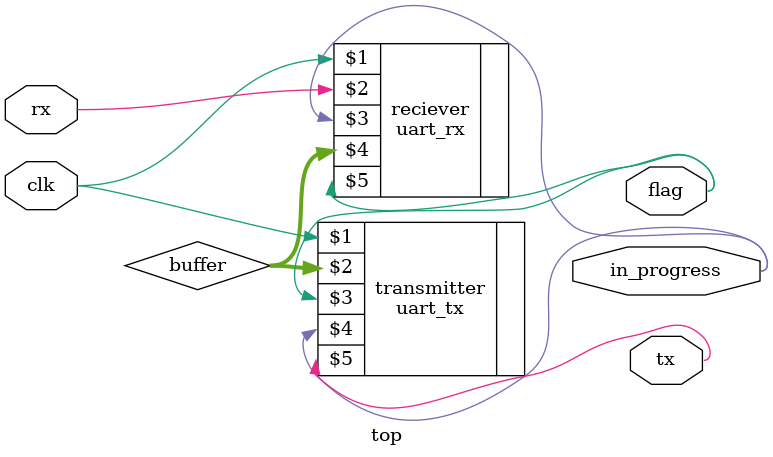
<source format=v>
/* Copyright 2021 pitankar@gmail.com
 *
 * Permission is hereby granted, free of charge,
 * to any person obtaining a copy of this software
 * and associated documentation files (the "Software"),
 * to deal in the Software without restriction,
 * including without limitation the rights to use,
 * copy, modify, merge, publish, distribute, sublicense,
 * and/or sell copies of the Software, and to permit
 * persons to whom the Software is furnished to do so,
 * subject to the following conditions:
 *
 * The above copyright notice and this permission
 * notice shall be included in all copies or
 * substantial portions of the Software.
 *
 * THE SOFTWARE IS PROVIDED "AS IS", WITHOUT WARRANTY
 * OF ANY KIND, EXPRESS OR IMPLIED, INCLUDING BUT NOT
 * LIMITED TO THE WARRANTIES OF MERCHANTABILITY,
 * FITNESS FOR A PARTICULAR PURPOSE AND NONINFRINGEMENT.
 * IN NO EVENT SHALL THE AUTHORS OR COPYRIGHT HOLDERS
 * BE LIABLE FOR ANY CLAIM, DAMAGES OR OTHER LIABILITY,
 * WHETHER IN AN ACTION OF CONTRACT, TORT OR OTHERWISE,
 * ARISING FROM, OUT OF OR IN CONNECTION WITH THE SOFTWARE
 * OR THE USE OR OTHER DEALINGS IN THE SOFTWARE.
 **/

/*
 * UART loopback, take whats coming on the Rx and put it back on Tx
 **/

 `include "transmitter.v"
 `include "reciever.v"

module top(
    input clk,
    input rx,
    output tx,
    output flag,
    output in_progress
);
    reg [7:0] buffer;

    uart_rx reciever(clk, rx, in_progress, buffer, flag);
    uart_tx transmitter(clk, buffer, flag, in_progress, tx);
endmodule

</source>
